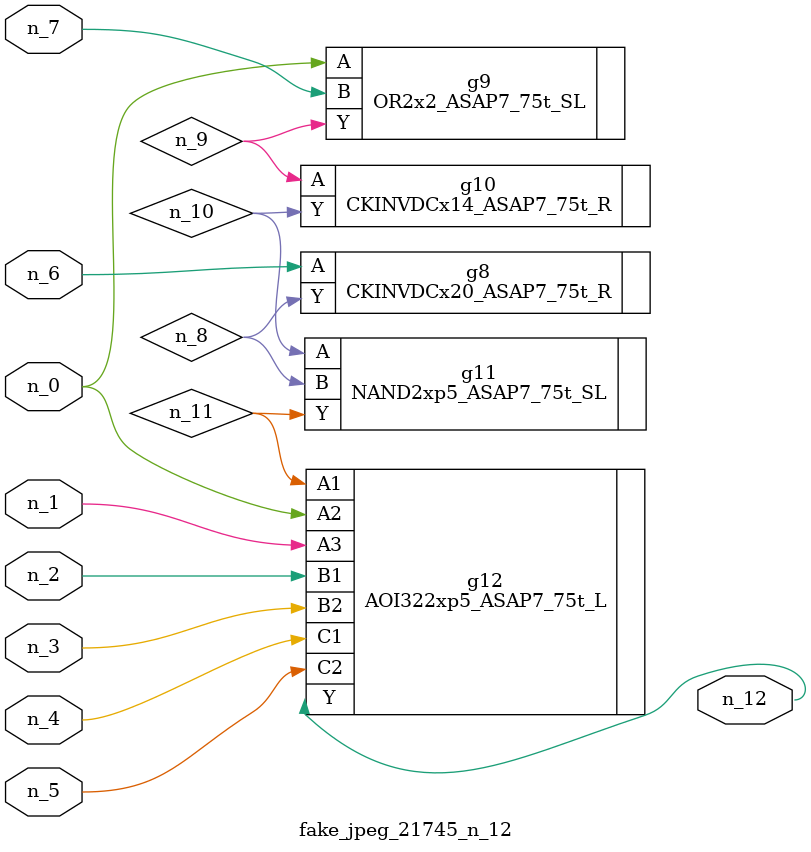
<source format=v>
module fake_jpeg_21745_n_12 (n_3, n_2, n_1, n_0, n_4, n_6, n_5, n_7, n_12);

input n_3;
input n_2;
input n_1;
input n_0;
input n_4;
input n_6;
input n_5;
input n_7;

output n_12;

wire n_11;
wire n_10;
wire n_8;
wire n_9;

CKINVDCx20_ASAP7_75t_R g8 ( 
.A(n_6),
.Y(n_8)
);

OR2x2_ASAP7_75t_SL g9 ( 
.A(n_0),
.B(n_7),
.Y(n_9)
);

CKINVDCx14_ASAP7_75t_R g10 ( 
.A(n_9),
.Y(n_10)
);

NAND2xp5_ASAP7_75t_SL g11 ( 
.A(n_10),
.B(n_8),
.Y(n_11)
);

AOI322xp5_ASAP7_75t_L g12 ( 
.A1(n_11),
.A2(n_0),
.A3(n_1),
.B1(n_2),
.B2(n_3),
.C1(n_4),
.C2(n_5),
.Y(n_12)
);


endmodule
</source>
